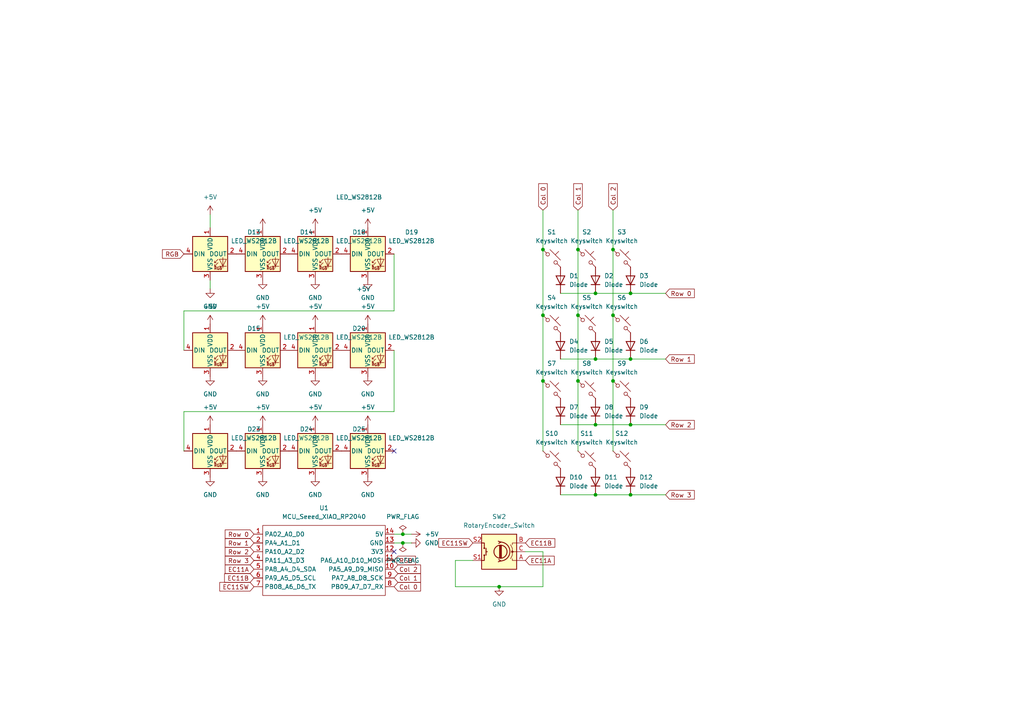
<source format=kicad_sch>
(kicad_sch (version 20231120) (generator "eeschema") (generator_version "8.0")
  (paper "A4")
  (lib_symbols
    (symbol "Device:RotaryEncoder_Switch" (pin_names (offset 0.254) hide)
      (property "Reference" "SW" (at 0 6.604 0))
      (property "Value" "RotaryEncoder_Switch" (at 0 -6.604 0))
      (symbol "RotaryEncoder_Switch_0_1"
        (rectangle (start -5.08 5.08) (end 5.08 -5.08) (stroke (width 0.254)) (fill (type background)))
        (circle (center -3.81 0) (radius 0.254) (fill (type outline)))
        (circle (center -0.381 0) (radius 1.905) (stroke (width 0.254)))
        (arc (start -0.381 2.667) (mid -3.0988 -0.0635) (end -0.381 -2.794) (stroke (width 0.254)))
        (polyline (pts (xy -0.635 -1.778) (xy -0.635 1.778)) (stroke (width 0.254)))
        (polyline (pts (xy -0.381 -1.778) (xy -0.381 1.778)) (stroke (width 0.254)))
        (polyline (pts (xy -0.127 1.778) (xy -0.127 -1.778)) (stroke (width 0.254)))
        (polyline (pts (xy 3.81 0) (xy 3.429 0)) (stroke (width 0.254)))
        (polyline (pts (xy 3.81 1.016) (xy 3.81 -1.016)) (stroke (width 0.254)))
        (polyline (pts (xy -5.08 -2.54) (xy -3.81 -2.54) (xy -3.81 -2.032)))
        (polyline (pts (xy -5.08 2.54) (xy -3.81 2.54) (xy -3.81 2.032)))
        (polyline (pts (xy 0.254 -3.048) (xy -0.508 -2.794) (xy 0.127 -2.413)) (stroke (width 0.254)))
        (polyline (pts (xy 0.254 2.921) (xy -0.508 2.667) (xy 0.127 2.286)) (stroke (width 0.254)))
        (polyline (pts (xy 5.08 -2.54) (xy 4.318 -2.54) (xy 4.318 -1.016)) (stroke (width 0.254)))
        (polyline (pts (xy 5.08 2.54) (xy 4.318 2.54) (xy 4.318 1.016)) (stroke (width 0.254)))
        (polyline (pts (xy -5.08 0) (xy -3.81 0) (xy -3.81 -1.016) (xy -3.302 -2.032)))
        (polyline (pts (xy -4.318 0) (xy -3.81 0) (xy -3.81 1.016) (xy -3.302 2.032)))
        (circle (center 4.318 -1.016) (radius 0.127) (stroke (width 0.254)))
        (circle (center 4.318 1.016) (radius 0.127) (stroke (width 0.254)))
      )
      (symbol "RotaryEncoder_Switch_1_1"
        (pin passive line (at -7.62 2.54 0) (length 2.54) (name "A") (number "A"))
        (pin passive line (at -7.62 -2.54 0) (length 2.54) (name "B") (number "B"))
        (pin passive line (at -7.62 0 0) (length 2.54) (name "C") (number "C"))
        (pin passive line (at 7.62 2.54 180) (length 2.54) (name "S1") (number "S1"))
        (pin passive line (at 7.62 -2.54 180) (length 2.54) (name "S2") (number "S2"))
      )
    )
    (symbol "ScottoKeebs:LED_WS2812B" (pin_names (offset 0.254))
      (property "Reference" "D" (at 5.08 5.715 0))
      (property "Value" "LED_WS2812B" (at 1.27 -5.715 0))
      (symbol "LED_WS2812B_0_0"
        (text "RGB" (at 2.286 -4.191 0) (effects (font (size 0.762 0.762))))
      )
      (symbol "LED_WS2812B_0_1"
        (polyline (pts (xy 1.27 -3.556) (xy 1.778 -3.556)))
        (polyline (pts (xy 1.27 -2.54) (xy 1.778 -2.54)))
        (polyline (pts (xy 4.699 -3.556) (xy 2.667 -3.556)))
        (polyline (pts (xy 2.286 -2.54) (xy 1.27 -3.556) (xy 1.27 -3.048)))
        (polyline (pts (xy 2.286 -1.524) (xy 1.27 -2.54) (xy 1.27 -2.032)))
        (polyline (pts (xy 3.683 -1.016) (xy 3.683 -3.556) (xy 3.683 -4.064)))
        (polyline (pts (xy 4.699 -1.524) (xy 2.667 -1.524) (xy 3.683 -3.556) (xy 4.699 -1.524)))
        (rectangle (start 5.08 5.08) (end -5.08 -5.08) (stroke (width 0.254)) (fill (type background)))
      )
      (symbol "LED_WS2812B_1_1"
        (pin power_in line (at 0 7.62 270) (length 2.54) (name "VDD") (number "1"))
        (pin output line (at 7.62 0 180) (length 2.54) (name "DOUT") (number "2"))
        (pin power_in line (at 0 -7.62 90) (length 2.54) (name "VSS") (number "3"))
        (pin input line (at -7.62 0 0) (length 2.54) (name "DIN") (number "4"))
      )
    )
    (symbol "ScottoKeebs:MCU_Seeed_XIAO_RP2040"
      (property "Reference" "U" (at -16.51 11.43 0))
      (property "Value" "MCU_Seeed_XIAO_RP2040" (at -3.81 -11.43 0))
      (symbol "MCU_Seeed_XIAO_RP2040_0_1"
        (rectangle (start -16.51 10.16) (end 19.05 -10.16))
      )
      (symbol "MCU_Seeed_XIAO_RP2040_1_1"
        (pin passive line (at -19.05 7.62 0) (length 2.54) (name "PA02_A0_D0") (number "1"))
        (pin passive line (at 21.59 -2.54 180) (length 2.54) (name "PA5_A9_D9_MISO") (number "10"))
        (pin passive line (at 21.59 0 180) (length 2.54) (name "PA6_A10_D10_MOSI") (number "11"))
        (pin passive line (at 21.59 2.54 180) (length 2.54) (name "3V3") (number "12"))
        (pin passive line (at 21.59 5.08 180) (length 2.54) (name "GND") (number "13"))
        (pin passive line (at 21.59 7.62 180) (length 2.54) (name "5V") (number "14"))
        (pin passive line (at -19.05 5.08 0) (length 2.54) (name "PA4_A1_D1") (number "2"))
        (pin passive line (at -19.05 2.54 0) (length 2.54) (name "PA10_A2_D2") (number "3"))
        (pin passive line (at -19.05 0 0) (length 2.54) (name "PA11_A3_D3") (number "4"))
        (pin passive line (at -19.05 -2.54 0) (length 2.54) (name "PA8_A4_D4_SDA") (number "5"))
        (pin passive line (at -19.05 -5.08 0) (length 2.54) (name "PA9_A5_D5_SCL") (number "6"))
        (pin passive line (at -19.05 -7.62 0) (length 2.54) (name "PB08_A6_D6_TX") (number "7"))
        (pin passive line (at 21.59 -7.62 180) (length 2.54) (name "PB09_A7_D7_RX") (number "8"))
        (pin passive line (at 21.59 -5.08 180) (length 2.54) (name "PA7_A8_D8_SCK") (number "9"))
      )
    )
    (symbol "ScottoKeebs:Placeholder_Diode" (pin_numbers hide) (pin_names hide)
      (property "Reference" "D" (at 0 2.54 0))
      (property "Value" "Diode" (at 0 -2.54 0))
      (symbol "Placeholder_Diode_0_1"
        (polyline (pts (xy -1.27 1.27) (xy -1.27 -1.27)) (stroke (width 0.254)))
        (polyline (pts (xy 1.27 0) (xy -1.27 0)))
        (polyline (pts (xy 1.27 1.27) (xy 1.27 -1.27) (xy -1.27 0) (xy 1.27 1.27)) (stroke (width 0.254)))
      )
      (symbol "Placeholder_Diode_1_1"
        (pin passive line (at -3.81 0 0) (length 2.54) (name "K") (number "1"))
        (pin passive line (at 3.81 0 180) (length 2.54) (name "A") (number "2"))
      )
    )
    (symbol "ScottoKeebs:Placeholder_Keyswitch" (pin_numbers hide) (pin_names (offset 1.016) hide)
      (property "Reference" "S" (at 3.048 1.016 0))
      (property "Value" "Keyswitch" (at 0 -3.81 0))
      (symbol "Placeholder_Keyswitch_0_1"
        (circle (center -1.1684 1.1684) (radius 0.508))
        (polyline (pts (xy -0.508 2.54) (xy 2.54 -0.508)))
        (polyline (pts (xy 1.016 1.016) (xy 2.032 2.032)))
        (polyline (pts (xy -2.54 2.54) (xy -1.524 1.524) (xy -1.524 1.524)))
        (polyline (pts (xy 1.524 -1.524) (xy 2.54 -2.54) (xy 2.54 -2.54) (xy 2.54 -2.54)))
        (circle (center 1.143 -1.1938) (radius 0.508))
        (pin passive line (at -2.54 2.54 0) (length 0) (name "1") (number "1"))
        (pin passive line (at 2.54 -2.54 180) (length 0) (name "2") (number "2"))
      )
    )
    (symbol "power:+5V" (power) (pin_numbers hide) (pin_names (offset 0) hide)
      (property "Value" "+5V" (at 0 3.556 0))
      (symbol "+5V_0_1"
        (polyline (pts (xy -0.762 1.27) (xy 0 2.54)))
        (polyline (pts (xy 0 0) (xy 0 2.54)))
        (polyline (pts (xy 0 2.54) (xy 0.762 1.27)))
      )
      (symbol "+5V_1_1"
        (pin power_in line (at 0 0 90) (length 0) (name "~") (number "1"))
      )
    )
    (symbol "power:GND" (power) (pin_numbers hide) (pin_names (offset 0) hide)
      (property "Value" "GND" (at 0 -3.81 0))
      (symbol "GND_0_1"
        (polyline (pts (xy 0 0) (xy 0 -1.27) (xy 1.27 -1.27) (xy 0 -2.54) (xy -1.27 -1.27) (xy 0 -1.27)))
      )
      (symbol "GND_1_1"
        (pin power_in line (at 0 0 270) (length 0) (name "~") (number "1"))
      )
    )
    (symbol "power:PWR_FLAG" (power) (pin_numbers hide) (pin_names (offset 0) hide)
      (property "Value" "PWR_FLAG" (at 0 3.81 0))
      (symbol "PWR_FLAG_0_0"
        (pin power_out line (at 0 0 90) (length 0) (name "~") (number "1"))
      )
      (symbol "PWR_FLAG_0_1"
        (polyline (pts (xy 0 0) (xy 0 1.27) (xy -1.016 1.905) (xy 0 2.54) (xy 1.016 1.905) (xy 0 1.27)))
      )
    )
  )
  (junction (at 172.72 85.09))
  (junction (at 144.78 170.18))
  (junction (at 172.72 104.14))
  (junction (at 177.8 91.44))
  (junction (at 177.8 110.49))
  (junction (at 167.64 110.49))
  (junction (at 167.64 91.44))
  (junction (at 157.48 110.49))
  (junction (at 182.88 143.51))
  (junction (at 172.72 123.19))
  (junction (at 182.88 123.19))
  (junction (at 167.64 72.39))
  (junction (at 157.48 72.39))
  (junction (at 172.72 143.51))
  (junction (at 116.84 157.48))
  (junction (at 177.8 72.39))
  (junction (at 116.84 154.94))
  (junction (at 182.88 85.09))
  (junction (at 182.88 104.14))
  (junction (at 157.48 91.44))
  (no_connect (at 114.3 160.02))
  (no_connect (at 114.3 130.81))
  (wire (pts (xy 157.48 60.96) (xy 157.48 72.39)))
  (wire (pts (xy 157.48 160.02) (xy 157.48 170.18)))
  (wire (pts (xy 167.64 110.49) (xy 167.64 130.81)))
  (wire (pts (xy 114.3 73.66) (xy 114.3 90.17)))
  (wire (pts (xy 132.08 170.18) (xy 132.08 162.56)))
  (wire (pts (xy 162.56 104.14) (xy 172.72 104.14)))
  (wire (pts (xy 119.38 154.94) (xy 116.84 154.94)))
  (wire (pts (xy 114.3 119.38) (xy 53.34 119.38)))
  (wire (pts (xy 177.8 110.49) (xy 177.8 130.81)))
  (wire (pts (xy 172.72 123.19) (xy 182.88 123.19)))
  (wire (pts (xy 162.56 123.19) (xy 172.72 123.19)))
  (wire (pts (xy 172.72 85.09) (xy 182.88 85.09)))
  (wire (pts (xy 60.96 83.82) (xy 60.96 81.28)))
  (wire (pts (xy 144.78 170.18) (xy 157.48 170.18)))
  (wire (pts (xy 114.3 90.17) (xy 53.34 90.17)))
  (wire (pts (xy 167.64 60.96) (xy 167.64 72.39)))
  (wire (pts (xy 162.56 85.09) (xy 172.72 85.09)))
  (wire (pts (xy 177.8 60.96) (xy 177.8 72.39)))
  (wire (pts (xy 157.48 160.02) (xy 152.4 160.02)))
  (wire (pts (xy 60.96 62.23) (xy 60.96 66.04)))
  (wire (pts (xy 132.08 170.18) (xy 144.78 170.18)))
  (wire (pts (xy 119.38 157.48) (xy 116.84 157.48)))
  (wire (pts (xy 172.72 143.51) (xy 182.88 143.51)))
  (wire (pts (xy 157.48 110.49) (xy 157.48 130.81)))
  (wire (pts (xy 193.04 104.14) (xy 182.88 104.14)))
  (wire (pts (xy 167.64 91.44) (xy 167.64 110.49)))
  (wire (pts (xy 193.04 123.19) (xy 182.88 123.19)))
  (wire (pts (xy 162.56 143.51) (xy 172.72 143.51)))
  (wire (pts (xy 177.8 91.44) (xy 177.8 110.49)))
  (wire (pts (xy 53.34 90.17) (xy 53.34 101.6)))
  (wire (pts (xy 116.84 154.94) (xy 114.3 154.94)))
  (wire (pts (xy 157.48 91.44) (xy 157.48 110.49)))
  (wire (pts (xy 53.34 119.38) (xy 53.34 130.81)))
  (wire (pts (xy 114.3 101.6) (xy 114.3 119.38)))
  (wire (pts (xy 116.84 157.48) (xy 114.3 157.48)))
  (wire (pts (xy 193.04 85.09) (xy 182.88 85.09)))
  (wire (pts (xy 177.8 72.39) (xy 177.8 91.44)))
  (wire (pts (xy 182.88 143.51) (xy 193.04 143.51)))
  (wire (pts (xy 157.48 72.39) (xy 157.48 91.44)))
  (wire (pts (xy 167.64 72.39) (xy 167.64 91.44)))
  (wire (pts (xy 172.72 104.14) (xy 182.88 104.14)))
  (wire (pts (xy 132.08 162.56) (xy 137.16 162.56)))
  (global_label "Row 2" (shape input) (at 193.04 123.19 0) (property "Intersheetrefs" "${INTERSHEET_REFS}" (effects (hide yes))))
  (global_label "RGB" (shape input) (at 114.3 162.56 0) (property "Intersheetrefs" "${INTERSHEET_REFS}" (effects (hide yes))))
  (global_label "EC11B" (shape input) (at 152.4 157.48 0) (property "Intersheetrefs" "${INTERSHEET_REFS}" (effects (hide yes))))
  (global_label "Row 3" (shape input) (at 73.66 162.56 180) (property "Intersheetrefs" "${INTERSHEET_REFS}" (effects (hide yes))))
  (global_label "EC11B" (shape input) (at 73.66 167.64 180) (property "Intersheetrefs" "${INTERSHEET_REFS}" (effects (hide yes))))
  (global_label "Row 2" (shape input) (at 73.66 160.02 180) (property "Intersheetrefs" "${INTERSHEET_REFS}" (effects (hide yes))))
  (global_label "EC11A" (shape input) (at 152.4 162.56 0) (property "Intersheetrefs" "${INTERSHEET_REFS}" (effects (hide yes))))
  (global_label "Col 0" (shape input) (at 114.3 170.18 0) (property "Intersheetrefs" "${INTERSHEET_REFS}" (effects (hide yes))))
  (global_label "Row 1" (shape input) (at 73.66 157.48 180) (property "Intersheetrefs" "${INTERSHEET_REFS}" (effects (hide yes))))
  (global_label "Row 3" (shape input) (at 193.04 143.51 0) (property "Intersheetrefs" "${INTERSHEET_REFS}" (effects (hide yes))))
  (global_label "EC11A" (shape input) (at 73.66 165.1 180) (property "Intersheetrefs" "${INTERSHEET_REFS}" (effects (hide yes))))
  (global_label "Col 0" (shape input) (at 157.48 60.96 90) (property "Intersheetrefs" "${INTERSHEET_REFS}" (effects (hide yes))))
  (global_label "Row 0" (shape input) (at 193.04 85.09 0) (property "Intersheetrefs" "${INTERSHEET_REFS}" (effects (hide yes))))
  (global_label "Row 1" (shape input) (at 193.04 104.14 0) (property "Intersheetrefs" "${INTERSHEET_REFS}" (effects (hide yes))))
  (global_label "EC11SW" (shape input) (at 73.66 170.18 180) (property "Intersheetrefs" "${INTERSHEET_REFS}" (effects (hide yes))))
  (global_label "Col 2" (shape input) (at 177.8 60.96 90) (property "Intersheetrefs" "${INTERSHEET_REFS}" (effects (hide yes))))
  (global_label "Row 0" (shape input) (at 73.66 154.94 180) (property "Intersheetrefs" "${INTERSHEET_REFS}" (effects (hide yes))))
  (global_label "EC11SW" (shape input) (at 137.16 157.48 180) (property "Intersheetrefs" "${INTERSHEET_REFS}" (effects (hide yes))))
  (global_label "Col 1" (shape input) (at 114.3 167.64 0) (property "Intersheetrefs" "${INTERSHEET_REFS}" (effects (hide yes))))
  (global_label "RGB" (shape input) (at 53.34 73.66 180) (property "Intersheetrefs" "${INTERSHEET_REFS}" (effects (hide yes))))
  (global_label "Col 2" (shape input) (at 114.3 165.1 0) (property "Intersheetrefs" "${INTERSHEET_REFS}" (effects (hide yes))))
  (global_label "Col 1" (shape input) (at 167.64 60.96 90) (property "Intersheetrefs" "${INTERSHEET_REFS}" (effects (hide yes))))
  (symbol (lib_id "power:+5V") (at 91.44 123.19 0) (unit 1)
    (property "Reference" "#PWR025" (effects (hide yes)))
    (property "Value" "+5V" (at 91.44 118.11 0))
    (property "Description" "Power symbol creates a global label with name \"+5V\"" (effects (hide yes)))
  )
  (symbol (lib_id "ScottoKeebs:LED_WS2812B") (at 106.68 73.66 0) (unit 1)
    (property "Reference" "D19" (at 119.38 67.3414 0))
    (property "Value" "LED_WS2812B" (at 119.38 69.8814 0))
    (property "Footprint" "ScottoKeebs_Components:LED_SK6812MINI" (effects (hide yes)))
    (property "Datasheet" "https://cdn-shop.adafruit.com/datasheets/WS2812B.pdf" (effects (hide yes)))
    (property "Description" "RGB LED with integrated controller" (effects (hide yes)))
  )
  (symbol (lib_id "power:GND") (at 76.2 109.22 0) (unit 1)
    (property "Reference" "#PWR05" (effects (hide yes)))
    (property "Value" "GND" (at 76.2 114.3 0))
    (property "Description" "Power symbol creates a global label with name \"GND\" , ground" (effects (hide yes)))
  )
  (symbol (lib_id "ScottoKeebs:Placeholder_Keyswitch") (at 160.02 113.03 0) (unit 1)
    (property "Reference" "S7" (at 160.02 105.41 0))
    (property "Value" "Keyswitch" (at 160.02 107.95 0))
    (property "Footprint" "ScottoKeebs_Hotswap:Hotswap_MX_Plated_1.00u" (effects (hide yes)))
    (property "Description" "Push button switch, normally open, two pins, 45° tilted" (effects (hide yes)))
  )
  (symbol (lib_id "power:GND") (at 76.2 138.43 0) (unit 1)
    (property "Reference" "#PWR024" (effects (hide yes)))
    (property "Value" "GND" (at 76.2 143.51 0))
    (property "Description" "Power symbol creates a global label with name \"GND\" , ground" (effects (hide yes)))
  )
  (symbol (lib_id "ScottoKeebs:Placeholder_Diode") (at 172.72 100.33 90) (unit 1)
    (property "Reference" "D5" (at 175.26 99.0599 90) (effects (justify right)))
    (property "Value" "Diode" (at 175.26 101.5999 90) (effects (justify right)))
    (property "Footprint" "ScottoKeebs_Components:Diode_DO-35" (effects (hide yes)))
    (property "Description" "1N4148 (DO-35) or 1N4148W (SOD-123)" (effects (hide yes)))
    (property "Sim.Device" "D" (effects (hide yes)))
    (property "Sim.Pins" "1=K 2=A" (effects (hide yes)))
  )
  (symbol (lib_id "ScottoKeebs:LED_WS2812B") (at 76.2 130.81 0) (unit 1)
    (property "Reference" "D24" (at 88.9 124.4914 0))
    (property "Value" "LED_WS2812B" (at 88.9 127.0314 0))
    (property "Footprint" "ScottoKeebs_Components:LED_SK6812MINI" (effects (hide yes)))
    (property "Datasheet" "https://cdn-shop.adafruit.com/datasheets/WS2812B.pdf" (effects (hide yes)))
    (property "Description" "RGB LED with integrated controller" (effects (hide yes)))
  )
  (symbol (lib_id "ScottoKeebs:LED_WS2812B") (at 106.68 101.6 0) (unit 1)
    (property "Reference" "D21" (effects (hide yes)))
    (property "Value" "LED_WS2812B" (at 119.38 97.8214 0))
    (property "Footprint" "ScottoKeebs_Components:LED_SK6812MINI" (effects (hide yes)))
    (property "Datasheet" "https://cdn-shop.adafruit.com/datasheets/WS2812B.pdf" (effects (hide yes)))
    (property "Description" "RGB LED with integrated controller" (effects (hide yes)))
  )
  (symbol (lib_id "ScottoKeebs:Placeholder_Keyswitch") (at 160.02 133.35 0) (unit 1)
    (property "Reference" "S10" (at 160.02 125.73 0))
    (property "Value" "Keyswitch" (at 160.02 128.27 0))
    (property "Footprint" "ScottoKeebs_Hotswap:Hotswap_MX_Plated_1.00u" (effects (hide yes)))
    (property "Description" "Push button switch, normally open, two pins, 45° tilted" (effects (hide yes)))
  )
  (symbol (lib_id "ScottoKeebs:Placeholder_Keyswitch") (at 160.02 74.93 0) (unit 1)
    (property "Reference" "S1" (at 160.02 67.31 0))
    (property "Value" "Keyswitch" (at 160.02 69.85 0))
    (property "Footprint" "ScottoKeebs_Hotswap:Hotswap_MX_Plated_1.00u" (effects (hide yes)))
    (property "Description" "Push button switch, normally open, two pins, 45° tilted" (effects (hide yes)))
  )
  (symbol (lib_id "ScottoKeebs:Placeholder_Diode") (at 172.72 119.38 90) (unit 1)
    (property "Reference" "D8" (at 175.26 118.1099 90) (effects (justify right)))
    (property "Value" "Diode" (at 175.26 120.6499 90) (effects (justify right)))
    (property "Footprint" "ScottoKeebs_Components:Diode_DO-35" (effects (hide yes)))
    (property "Description" "1N4148 (DO-35) or 1N4148W (SOD-123)" (effects (hide yes)))
    (property "Sim.Device" "D" (effects (hide yes)))
    (property "Sim.Pins" "1=K 2=A" (effects (hide yes)))
  )
  (symbol (lib_id "power:GND") (at 91.44 109.22 0) (unit 1)
    (property "Reference" "#PWR016" (effects (hide yes)))
    (property "Value" "GND" (at 91.44 114.3 0))
    (property "Description" "Power symbol creates a global label with name \"GND\" , ground" (effects (hide yes)))
  )
  (symbol (lib_id "ScottoKeebs:Placeholder_Diode") (at 182.88 81.28 90) (unit 1)
    (property "Reference" "D3" (at 185.42 80.0099 90) (effects (justify right)))
    (property "Value" "Diode" (at 185.42 82.5499 90) (effects (justify right)))
    (property "Footprint" "ScottoKeebs_Components:Diode_DO-35" (effects (hide yes)))
    (property "Description" "1N4148 (DO-35) or 1N4148W (SOD-123)" (effects (hide yes)))
    (property "Sim.Device" "D" (effects (hide yes)))
    (property "Sim.Pins" "1=K 2=A" (effects (hide yes)))
  )
  (symbol (lib_id "power:GND") (at 144.78 170.18 0) (unit 1)
    (property "Reference" "#PWR033" (effects (hide yes)))
    (property "Value" "GND" (at 144.78 175.26 0))
    (property "Description" "Power symbol creates a global label with name \"GND\" , ground" (effects (hide yes)))
  )
  (symbol (lib_id "Device:RotaryEncoder_Switch") (at 144.78 160.02 180) (unit 1)
    (property "Reference" "SW2" (at 144.78 149.86 0))
    (property "Value" "RotaryEncoder_Switch" (at 144.78 152.4 0))
    (property "Footprint" "Rotary_Encoder:RotaryEncoder_Alps_EC11E-Switch_Vertical_H20mm" (effects (hide yes)))
    (property "Description" "Rotary encoder, dual channel, incremental quadrate outputs, with switch" (effects (hide yes)))
  )
  (symbol (lib_id "power:+5V") (at 106.68 66.04 0) (unit 1)
    (property "Reference" "#PWR013" (effects (hide yes)))
    (property "Value" "+5V" (at 106.68 60.96 0))
    (property "Description" "Power symbol creates a global label with name \"+5V\"" (effects (hide yes)))
  )
  (symbol (lib_id "ScottoKeebs:Placeholder_Keyswitch") (at 170.18 113.03 0) (unit 1)
    (property "Reference" "S8" (at 170.18 105.41 0))
    (property "Value" "Keyswitch" (at 170.18 107.95 0))
    (property "Footprint" "ScottoKeebs_Hotswap:Hotswap_MX_Plated_1.00u" (effects (hide yes)))
    (property "Description" "Push button switch, normally open, two pins, 45° tilted" (effects (hide yes)))
  )
  (symbol (lib_id "ScottoKeebs:Placeholder_Keyswitch") (at 180.34 93.98 0) (unit 1)
    (property "Reference" "S6" (at 180.34 86.36 0))
    (property "Value" "Keyswitch" (at 180.34 88.9 0))
    (property "Footprint" "ScottoKeebs_Hotswap:Hotswap_MX_Plated_1.00u" (effects (hide yes)))
    (property "Description" "Push button switch, normally open, two pins, 45° tilted" (effects (hide yes)))
  )
  (symbol (lib_id "power:PWR_FLAG") (at 116.84 154.94 0) (unit 1)
    (property "Reference" "#FLG01" (effects (hide yes)))
    (property "Value" "PWR_FLAG" (at 116.84 149.86 0))
    (property "Description" "Special symbol for telling ERC where power comes from" (effects (hide yes)))
  )
  (symbol (lib_id "ScottoKeebs:Placeholder_Keyswitch") (at 160.02 93.98 0) (unit 1)
    (property "Reference" "S4" (at 160.02 86.36 0))
    (property "Value" "Keyswitch" (at 160.02 88.9 0))
    (property "Footprint" "ScottoKeebs_Hotswap:Hotswap_MX_Plated_1.00u" (effects (hide yes)))
    (property "Description" "Push button switch, normally open, two pins, 45° tilted" (effects (hide yes)))
  )
  (symbol (lib_id "power:GND") (at 60.96 83.82 0) (unit 1)
    (property "Reference" "#PWR02" (effects (hide yes)))
    (property "Value" "GND" (at 60.96 88.9 0))
    (property "Description" "Power symbol creates a global label with name \"GND\" , ground" (effects (hide yes)))
  )
  (symbol (lib_id "ScottoKeebs:Placeholder_Keyswitch") (at 170.18 74.93 0) (unit 1)
    (property "Reference" "S2" (at 170.18 67.31 0))
    (property "Value" "Keyswitch" (at 170.18 69.85 0))
    (property "Footprint" "ScottoKeebs_Hotswap:Hotswap_MX_Plated_1.00u" (effects (hide yes)))
    (property "Description" "Push button switch, normally open, two pins, 45° tilted" (effects (hide yes)))
  )
  (symbol (lib_id "ScottoKeebs:Placeholder_Diode") (at 162.56 81.28 90) (unit 1)
    (property "Reference" "D1" (at 165.1 80.0099 90) (effects (justify right)))
    (property "Value" "Diode" (at 165.1 82.5499 90) (effects (justify right)))
    (property "Footprint" "ScottoKeebs_Components:Diode_DO-35" (effects (hide yes)))
    (property "Description" "1N4148 (DO-35) or 1N4148W (SOD-123)" (effects (hide yes)))
    (property "Sim.Device" "D" (effects (hide yes)))
    (property "Sim.Pins" "1=K 2=A" (effects (hide yes)))
  )
  (symbol (lib_id "ScottoKeebs:LED_WS2812B") (at 91.44 130.81 0) (unit 1)
    (property "Reference" "D25" (at 104.14 124.4914 0))
    (property "Value" "LED_WS2812B" (at 104.14 127.0314 0))
    (property "Footprint" "ScottoKeebs_Components:LED_SK6812MINI" (effects (hide yes)))
    (property "Datasheet" "https://cdn-shop.adafruit.com/datasheets/WS2812B.pdf" (effects (hide yes)))
    (property "Description" "RGB LED with integrated controller" (effects (hide yes)))
  )
  (symbol (lib_id "ScottoKeebs:Placeholder_Keyswitch") (at 170.18 133.35 0) (unit 1)
    (property "Reference" "S11" (at 170.18 125.73 0))
    (property "Value" "Keyswitch" (at 170.18 128.27 0))
    (property "Footprint" "ScottoKeebs_Hotswap:Hotswap_MX_Plated_2.00u" (effects (hide yes)))
    (property "Description" "Push button switch, normally open, two pins, 45° tilted" (effects (hide yes)))
  )
  (symbol (lib_id "ScottoKeebs:LED_WS2812B") (at 60.96 73.66 0) (unit 1)
    (property "Reference" "D13" (at 73.66 67.3414 0))
    (property "Value" "LED_WS2812B" (at 73.66 69.8814 0))
    (property "Footprint" "ScottoKeebs_Components:LED_SK6812MINI" (effects (hide yes)))
    (property "Datasheet" "https://cdn-shop.adafruit.com/datasheets/WS2812B.pdf" (effects (hide yes)))
    (property "Description" "RGB LED with integrated controller" (effects (hide yes)))
  )
  (symbol (lib_id "power:+5V") (at 91.44 66.04 0) (unit 1)
    (property "Reference" "#PWR08" (effects (hide yes)))
    (property "Value" "+5V" (at 91.44 60.96 0))
    (property "Description" "Power symbol creates a global label with name \"+5V\"" (effects (hide yes)))
  )
  (symbol (lib_id "ScottoKeebs:MCU_Seeed_XIAO_RP2040") (at 92.71 162.56 0) (unit 1)
    (property "Reference" "U1" (at 93.98 147.32 0))
    (property "Value" "MCU_Seeed_XIAO_RP2040" (at 93.98 149.86 0))
    (property "Footprint" "ScottoKeebs_MCU:Seeed_XIAO_RP2040" (effects (hide yes)))
  )
  (symbol (lib_id "power:+5V") (at 60.96 62.23 0) (unit 1)
    (property "Reference" "#PWR01" (effects (hide yes)))
    (property "Value" "+5V" (at 60.96 57.15 0))
    (property "Description" "Power symbol creates a global label with name \"+5V\"" (effects (hide yes)))
  )
  (symbol (lib_id "power:+5V") (at 60.96 93.98 0) (unit 1)
    (property "Reference" "#PWR011" (effects (hide yes)))
    (property "Value" "+5V" (at 60.96 88.9 0))
    (property "Description" "Power symbol creates a global label with name \"+5V\"" (effects (hide yes)))
  )
  (symbol (lib_id "power:GND") (at 91.44 138.43 0) (unit 1)
    (property "Reference" "#PWR026" (effects (hide yes)))
    (property "Value" "GND" (at 91.44 143.51 0))
    (property "Description" "Power symbol creates a global label with name \"GND\" , ground" (effects (hide yes)))
  )
  (symbol (lib_id "ScottoKeebs:Placeholder_Keyswitch") (at 180.34 133.35 0) (unit 1)
    (property "Reference" "S12" (at 180.34 125.73 0))
    (property "Value" "Keyswitch" (at 180.34 128.27 0))
    (property "Footprint" "ScottoKeebs_Hotswap:Hotswap_MX_Plated_1.00u" (effects (hide yes)))
    (property "Description" "Push button switch, normally open, two pins, 45° tilted" (effects (hide yes)))
  )
  (symbol (lib_id "ScottoKeebs:Placeholder_Diode") (at 182.88 119.38 90) (unit 1)
    (property "Reference" "D9" (at 185.42 118.1099 90) (effects (justify right)))
    (property "Value" "Diode" (at 185.42 120.6499 90) (effects (justify right)))
    (property "Footprint" "ScottoKeebs_Components:Diode_DO-35" (effects (hide yes)))
    (property "Description" "1N4148 (DO-35) or 1N4148W (SOD-123)" (effects (hide yes)))
    (property "Sim.Device" "D" (effects (hide yes)))
    (property "Sim.Pins" "1=K 2=A" (effects (hide yes)))
  )
  (symbol (lib_id "power:GND") (at 106.68 81.28 0) (unit 1)
    (property "Reference" "#PWR014" (effects (hide yes)))
    (property "Value" "GND" (at 106.68 86.36 0))
    (property "Description" "Power symbol creates a global label with name \"GND\" , ground" (effects (hide yes)))
  )
  (symbol (lib_id "ScottoKeebs:LED_WS2812B") (at 76.2 101.6 0) (unit 1)
    (property "Reference" "D16" (effects (hide yes)))
    (property "Value" "LED_WS2812B" (at 88.9 97.8214 0))
    (property "Footprint" "ScottoKeebs_Components:LED_SK6812MINI" (effects (hide yes)))
    (property "Datasheet" "https://cdn-shop.adafruit.com/datasheets/WS2812B.pdf" (effects (hide yes)))
    (property "Description" "RGB LED with integrated controller" (effects (hide yes)))
  )
  (symbol (lib_id "ScottoKeebs:LED_WS2812B") (at 76.2 73.66 0) (unit 1)
    (property "Reference" "D14" (at 88.9 67.3414 0))
    (property "Value" "LED_WS2812B" (at 88.9 69.8814 0))
    (property "Footprint" "ScottoKeebs_Components:LED_SK6812MINI" (effects (hide yes)))
    (property "Datasheet" "https://cdn-shop.adafruit.com/datasheets/WS2812B.pdf" (effects (hide yes)))
    (property "Description" "RGB LED with integrated controller" (effects (hide yes)))
  )
  (symbol (lib_id "power:+5V") (at 106.68 93.98 0) (unit 1)
    (property "Reference" "#PWR017" (effects (hide yes)))
    (property "Value" "+5V" (at 106.68 88.9 0))
    (property "Description" "Power symbol creates a global label with name \"+5V\"" (effects (hide yes)))
  )
  (symbol (lib_id "power:+5V") (at 76.2 123.19 0) (unit 1)
    (property "Reference" "#PWR023" (effects (hide yes)))
    (property "Value" "+5V" (at 76.2 118.11 0))
    (property "Description" "Power symbol creates a global label with name \"+5V\"" (effects (hide yes)))
  )
  (symbol (lib_id "ScottoKeebs:LED_WS2812B") (at 91.44 73.66 0) (unit 1)
    (property "Reference" "D15" (at 73.66 95.2814 0))
    (property "Value" "LED_WS2812B" (at 104.14 57.1814 0))
    (property "Footprint" "ScottoKeebs_Components:LED_SK6812MINI" (effects (hide yes)))
    (property "Datasheet" "https://cdn-shop.adafruit.com/datasheets/WS2812B.pdf" (effects (hide yes)))
    (property "Description" "RGB LED with integrated controller" (effects (hide yes)))
  )
  (symbol (lib_id "ScottoKeebs:Placeholder_Keyswitch") (at 180.34 113.03 0) (unit 1)
    (property "Reference" "S9" (at 180.34 105.41 0))
    (property "Value" "Keyswitch" (at 180.34 107.95 0))
    (property "Footprint" "ScottoKeebs_Hotswap:Hotswap_MX_Plated_1.00u" (effects (hide yes)))
    (property "Description" "Push button switch, normally open, two pins, 45° tilted" (effects (hide yes)))
  )
  (symbol (lib_id "power:PWR_FLAG") (at 116.84 157.48 180) (unit 1)
    (property "Reference" "#FLG02" (effects (hide yes)))
    (property "Value" "PWR_FLAG" (at 116.84 162.56 0))
    (property "Description" "Special symbol for telling ERC where power comes from" (effects (hide yes)))
  )
  (symbol (lib_id "ScottoKeebs:LED_WS2812B") (at 106.68 130.81 0) (unit 1)
    (property "Reference" "D26" (effects (hide yes)))
    (property "Value" "LED_WS2812B" (at 119.38 127.0314 0))
    (property "Footprint" "ScottoKeebs_Components:LED_SK6812MINI" (effects (hide yes)))
    (property "Datasheet" "https://cdn-shop.adafruit.com/datasheets/WS2812B.pdf" (effects (hide yes)))
    (property "Description" "RGB LED with integrated controller" (effects (hide yes)))
  )
  (symbol (lib_id "power:+5V") (at 106.68 123.19 0) (unit 1)
    (property "Reference" "#PWR027" (effects (hide yes)))
    (property "Value" "+5V" (at 106.68 118.11 0))
    (property "Description" "Power symbol creates a global label with name \"+5V\"" (effects (hide yes)))
  )
  (symbol (lib_id "ScottoKeebs:Placeholder_Keyswitch") (at 170.18 93.98 0) (unit 1)
    (property "Reference" "S5" (at 170.18 86.36 0))
    (property "Value" "Keyswitch" (at 170.18 88.9 0))
    (property "Footprint" "ScottoKeebs_Hotswap:Hotswap_MX_Plated_1.00u" (effects (hide yes)))
    (property "Description" "Push button switch, normally open, two pins, 45° tilted" (effects (hide yes)))
  )
  (symbol (lib_id "power:+5V") (at 91.44 93.98 0) (unit 1)
    (property "Reference" "#PWR015" (effects (hide yes)))
    (property "Value" "+5V" (at 91.44 88.9 0))
    (property "Description" "Power symbol creates a global label with name \"+5V\"" (effects (hide yes)))
  )
  (symbol (lib_id "ScottoKeebs:Placeholder_Diode") (at 182.88 139.7 90) (unit 1)
    (property "Reference" "D12" (at 185.42 138.4299 90) (effects (justify right)))
    (property "Value" "Diode" (at 185.42 140.9699 90) (effects (justify right)))
    (property "Footprint" "ScottoKeebs_Components:Diode_DO-35" (effects (hide yes)))
    (property "Description" "1N4148 (DO-35) or 1N4148W (SOD-123)" (effects (hide yes)))
    (property "Sim.Device" "D" (effects (hide yes)))
    (property "Sim.Pins" "1=K 2=A" (effects (hide yes)))
  )
  (symbol (lib_id "power:+5V") (at 76.2 66.04 0) (unit 1)
    (property "Reference" "#PWR07" (effects (hide yes)))
    (property "Value" "+5V" (at 105.41 83.82 0))
    (property "Description" "Power symbol creates a global label with name \"+5V\"" (effects (hide yes)))
  )
  (symbol (lib_id "power:GND") (at 60.96 109.22 0) (unit 1)
    (property "Reference" "#PWR012" (effects (hide yes)))
    (property "Value" "GND" (at 60.96 114.3 0))
    (property "Description" "Power symbol creates a global label with name \"GND\" , ground" (effects (hide yes)))
  )
  (symbol (lib_id "power:GND") (at 91.44 81.28 0) (unit 1)
    (property "Reference" "#PWR04" (effects (hide yes)))
    (property "Value" "GND" (at 91.44 86.36 0))
    (property "Description" "Power symbol creates a global label with name \"GND\" , ground" (effects (hide yes)))
  )
  (symbol (lib_id "power:+5V") (at 119.38 154.94 270) (unit 1)
    (property "Reference" "#PWR031" (effects (hide yes)))
    (property "Value" "+5V" (at 123.19 154.9399 90) (effects (justify left)))
    (property "Description" "Power symbol creates a global label with name \"+5V\"" (effects (hide yes)))
  )
  (symbol (lib_id "ScottoKeebs:LED_WS2812B") (at 60.96 130.81 0) (unit 1)
    (property "Reference" "D23" (at 73.66 124.4914 0))
    (property "Value" "LED_WS2812B" (at 73.66 127.0314 0))
    (property "Footprint" "ScottoKeebs_Components:LED_SK6812MINI" (effects (hide yes)))
    (property "Datasheet" "https://cdn-shop.adafruit.com/datasheets/WS2812B.pdf" (effects (hide yes)))
    (property "Description" "RGB LED with integrated controller" (effects (hide yes)))
  )
  (symbol (lib_id "power:GND") (at 76.2 81.28 0) (unit 1)
    (property "Reference" "#PWR03" (effects (hide yes)))
    (property "Value" "GND" (at 76.2 86.36 0))
    (property "Description" "Power symbol creates a global label with name \"GND\" , ground" (effects (hide yes)))
  )
  (symbol (lib_id "power:GND") (at 106.68 109.22 0) (unit 1)
    (property "Reference" "#PWR018" (effects (hide yes)))
    (property "Value" "GND" (at 106.68 114.3 0))
    (property "Description" "Power symbol creates a global label with name \"GND\" , ground" (effects (hide yes)))
  )
  (symbol (lib_id "ScottoKeebs:Placeholder_Diode") (at 182.88 100.33 90) (unit 1)
    (property "Reference" "D6" (at 185.42 99.0599 90) (effects (justify right)))
    (property "Value" "Diode" (at 185.42 101.5999 90) (effects (justify right)))
    (property "Footprint" "ScottoKeebs_Components:Diode_DO-35" (effects (hide yes)))
    (property "Description" "1N4148 (DO-35) or 1N4148W (SOD-123)" (effects (hide yes)))
    (property "Sim.Device" "D" (effects (hide yes)))
    (property "Sim.Pins" "1=K 2=A" (effects (hide yes)))
  )
  (symbol (lib_id "power:GND") (at 106.68 138.43 0) (unit 1)
    (property "Reference" "#PWR028" (effects (hide yes)))
    (property "Value" "GND" (at 106.68 143.51 0))
    (property "Description" "Power symbol creates a global label with name \"GND\" , ground" (effects (hide yes)))
  )
  (symbol (lib_id "power:GND") (at 60.96 138.43 0) (unit 1)
    (property "Reference" "#PWR022" (effects (hide yes)))
    (property "Value" "GND" (at 60.96 143.51 0))
    (property "Description" "Power symbol creates a global label with name \"GND\" , ground" (effects (hide yes)))
  )
  (symbol (lib_id "ScottoKeebs:Placeholder_Diode") (at 172.72 81.28 90) (unit 1)
    (property "Reference" "D2" (at 175.26 80.0099 90) (effects (justify right)))
    (property "Value" "Diode" (at 175.26 82.5499 90) (effects (justify right)))
    (property "Footprint" "ScottoKeebs_Components:Diode_DO-35" (effects (hide yes)))
    (property "Description" "1N4148 (DO-35) or 1N4148W (SOD-123)" (effects (hide yes)))
    (property "Sim.Device" "D" (effects (hide yes)))
    (property "Sim.Pins" "1=K 2=A" (effects (hide yes)))
  )
  (symbol (lib_id "ScottoKeebs:Placeholder_Diode") (at 162.56 139.7 90) (unit 1)
    (property "Reference" "D10" (at 165.1 138.4299 90) (effects (justify right)))
    (property "Value" "Diode" (at 165.1 140.9699 90) (effects (justify right)))
    (property "Footprint" "ScottoKeebs_Components:Diode_DO-35" (effects (hide yes)))
    (property "Description" "1N4148 (DO-35) or 1N4148W (SOD-123)" (effects (hide yes)))
    (property "Sim.Device" "D" (effects (hide yes)))
    (property "Sim.Pins" "1=K 2=A" (effects (hide yes)))
  )
  (symbol (lib_id "ScottoKeebs:LED_WS2812B") (at 60.96 101.6 0) (unit 1)
    (property "Reference" "D18" (at 104.14 67.3414 0))
    (property "Value" "LED_WS2812B" (at 104.14 69.8814 0))
    (property "Footprint" "ScottoKeebs_Components:LED_SK6812MINI" (effects (hide yes)))
    (property "Datasheet" "https://cdn-shop.adafruit.com/datasheets/WS2812B.pdf" (effects (hide yes)))
    (property "Description" "RGB LED with integrated controller" (effects (hide yes)))
  )
  (symbol (lib_id "power:GND") (at 119.38 157.48 90) (unit 1)
    (property "Reference" "#PWR032" (effects (hide yes)))
    (property "Value" "GND" (at 123.19 157.4799 90) (effects (justify right)))
    (property "Description" "Power symbol creates a global label with name \"GND\" , ground" (effects (hide yes)))
  )
  (symbol (lib_id "ScottoKeebs:LED_WS2812B") (at 91.44 101.6 0) (unit 1)
    (property "Reference" "D20" (at 104.14 95.2814 0))
    (property "Value" "LED_WS2812B" (at 104.14 97.8214 0))
    (property "Footprint" "ScottoKeebs_Components:LED_SK6812MINI" (effects (hide yes)))
    (property "Datasheet" "https://cdn-shop.adafruit.com/datasheets/WS2812B.pdf" (effects (hide yes)))
    (property "Description" "RGB LED with integrated controller" (effects (hide yes)))
  )
  (symbol (lib_id "power:+5V") (at 60.96 123.19 0) (unit 1)
    (property "Reference" "#PWR021" (effects (hide yes)))
    (property "Value" "+5V" (at 60.96 118.11 0))
    (property "Description" "Power symbol creates a global label with name \"+5V\"" (effects (hide yes)))
  )
  (symbol (lib_id "power:+5V") (at 76.2 93.98 0) (unit 1)
    (property "Reference" "#PWR09" (effects (hide yes)))
    (property "Value" "+5V" (at 76.2 88.9 0))
    (property "Description" "Power symbol creates a global label with name \"+5V\"" (effects (hide yes)))
  )
  (symbol (lib_id "ScottoKeebs:Placeholder_Diode") (at 162.56 100.33 90) (unit 1)
    (property "Reference" "D4" (at 165.1 99.0599 90) (effects (justify right)))
    (property "Value" "Diode" (at 165.1 101.5999 90) (effects (justify right)))
    (property "Footprint" "ScottoKeebs_Components:Diode_DO-35" (effects (hide yes)))
    (property "Description" "1N4148 (DO-35) or 1N4148W (SOD-123)" (effects (hide yes)))
    (property "Sim.Device" "D" (effects (hide yes)))
    (property "Sim.Pins" "1=K 2=A" (effects (hide yes)))
  )
  (symbol (lib_id "ScottoKeebs:Placeholder_Diode") (at 162.56 119.38 90) (unit 1)
    (property "Reference" "D7" (at 165.1 118.1099 90) (effects (justify right)))
    (property "Value" "Diode" (at 165.1 120.6499 90) (effects (justify right)))
    (property "Footprint" "ScottoKeebs_Components:Diode_DO-35" (effects (hide yes)))
    (property "Description" "1N4148 (DO-35) or 1N4148W (SOD-123)" (effects (hide yes)))
    (property "Sim.Device" "D" (effects (hide yes)))
    (property "Sim.Pins" "1=K 2=A" (effects (hide yes)))
  )
  (symbol (lib_id "ScottoKeebs:Placeholder_Keyswitch") (at 180.34 74.93 0) (unit 1)
    (property "Reference" "S3" (at 180.34 67.31 0))
    (property "Value" "Keyswitch" (at 180.34 69.85 0))
    (property "Footprint" "ScottoKeebs_Hotswap:Hotswap_MX_Plated_1.00u" (effects (hide yes)))
    (property "Description" "Push button switch, normally open, two pins, 45° tilted" (effects (hide yes)))
  )
  (symbol (lib_id "ScottoKeebs:Placeholder_Diode") (at 172.72 139.7 90) (unit 1)
    (property "Reference" "D11" (at 175.26 138.4299 90) (effects (justify right)))
    (property "Value" "Diode" (at 175.26 140.9699 90) (effects (justify right)))
    (property "Footprint" "ScottoKeebs_Components:Diode_DO-35" (effects (hide yes)))
    (property "Description" "1N4148 (DO-35) or 1N4148W (SOD-123)" (effects (hide yes)))
    (property "Sim.Device" "D" (effects (hide yes)))
    (property "Sim.Pins" "1=K 2=A" (effects (hide yes)))
  )
)
</source>
